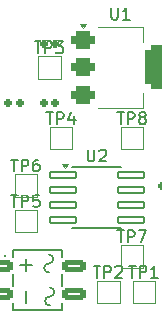
<source format=gbr>
%TF.GenerationSoftware,KiCad,Pcbnew,9.0.2*%
%TF.CreationDate,2025-07-27T18:34:45+02:00*%
%TF.ProjectId,ldomotordriver,6c646f6d-6f74-46f7-9264-72697665722e,rev?*%
%TF.SameCoordinates,Original*%
%TF.FileFunction,Legend,Top*%
%TF.FilePolarity,Positive*%
%FSLAX46Y46*%
G04 Gerber Fmt 4.6, Leading zero omitted, Abs format (unit mm)*
G04 Created by KiCad (PCBNEW 9.0.2) date 2025-07-27 18:34:45*
%MOMM*%
%LPD*%
G01*
G04 APERTURE LIST*
G04 Aperture macros list*
%AMRoundRect*
0 Rectangle with rounded corners*
0 $1 Rounding radius*
0 $2 $3 $4 $5 $6 $7 $8 $9 X,Y pos of 4 corners*
0 Add a 4 corners polygon primitive as box body*
4,1,4,$2,$3,$4,$5,$6,$7,$8,$9,$2,$3,0*
0 Add four circle primitives for the rounded corners*
1,1,$1+$1,$2,$3*
1,1,$1+$1,$4,$5*
1,1,$1+$1,$6,$7*
1,1,$1+$1,$8,$9*
0 Add four rect primitives between the rounded corners*
20,1,$1+$1,$2,$3,$4,$5,0*
20,1,$1+$1,$4,$5,$6,$7,0*
20,1,$1+$1,$6,$7,$8,$9,0*
20,1,$1+$1,$8,$9,$2,$3,0*%
G04 Aperture macros list end*
%ADD10C,0.150000*%
%ADD11C,0.120000*%
%ADD12RoundRect,0.159000X-0.159000X-0.189000X0.159000X-0.189000X0.159000X0.189000X-0.159000X0.189000X0*%
%ADD13R,1.500000X1.500000*%
%ADD14RoundRect,0.375000X-0.625000X-0.375000X0.625000X-0.375000X0.625000X0.375000X-0.625000X0.375000X0*%
%ADD15RoundRect,0.500000X-0.500000X-1.400000X0.500000X-1.400000X0.500000X1.400000X-0.500000X1.400000X0*%
%ADD16RoundRect,0.250000X-0.750000X-0.300000X0.750000X-0.300000X0.750000X0.300000X-0.750000X0.300000X0*%
%ADD17R,2.400000X3.100000*%
%ADD18RoundRect,0.070000X-1.100000X-0.250000X1.100000X-0.250000X1.100000X0.250000X-1.100000X0.250000X0*%
%ADD19C,0.770000*%
G04 APERTURE END LIST*
D10*
X87738095Y-47806819D02*
X88309523Y-47806819D01*
X88023809Y-48806819D02*
X88023809Y-47806819D01*
X88642857Y-48806819D02*
X88642857Y-47806819D01*
X88642857Y-47806819D02*
X89023809Y-47806819D01*
X89023809Y-47806819D02*
X89119047Y-47854438D01*
X89119047Y-47854438D02*
X89166666Y-47902057D01*
X89166666Y-47902057D02*
X89214285Y-47997295D01*
X89214285Y-47997295D02*
X89214285Y-48140152D01*
X89214285Y-48140152D02*
X89166666Y-48235390D01*
X89166666Y-48235390D02*
X89119047Y-48283009D01*
X89119047Y-48283009D02*
X89023809Y-48330628D01*
X89023809Y-48330628D02*
X88642857Y-48330628D01*
X90071428Y-48140152D02*
X90071428Y-48806819D01*
X89833333Y-47759200D02*
X89595238Y-48473485D01*
X89595238Y-48473485D02*
X90214285Y-48473485D01*
X91738095Y-60806819D02*
X92309523Y-60806819D01*
X92023809Y-61806819D02*
X92023809Y-60806819D01*
X92642857Y-61806819D02*
X92642857Y-60806819D01*
X92642857Y-60806819D02*
X93023809Y-60806819D01*
X93023809Y-60806819D02*
X93119047Y-60854438D01*
X93119047Y-60854438D02*
X93166666Y-60902057D01*
X93166666Y-60902057D02*
X93214285Y-60997295D01*
X93214285Y-60997295D02*
X93214285Y-61140152D01*
X93214285Y-61140152D02*
X93166666Y-61235390D01*
X93166666Y-61235390D02*
X93119047Y-61283009D01*
X93119047Y-61283009D02*
X93023809Y-61330628D01*
X93023809Y-61330628D02*
X92642857Y-61330628D01*
X93595238Y-60902057D02*
X93642857Y-60854438D01*
X93642857Y-60854438D02*
X93738095Y-60806819D01*
X93738095Y-60806819D02*
X93976190Y-60806819D01*
X93976190Y-60806819D02*
X94071428Y-60854438D01*
X94071428Y-60854438D02*
X94119047Y-60902057D01*
X94119047Y-60902057D02*
X94166666Y-60997295D01*
X94166666Y-60997295D02*
X94166666Y-61092533D01*
X94166666Y-61092533D02*
X94119047Y-61235390D01*
X94119047Y-61235390D02*
X93547619Y-61806819D01*
X93547619Y-61806819D02*
X94166666Y-61806819D01*
X84738095Y-51806819D02*
X85309523Y-51806819D01*
X85023809Y-52806819D02*
X85023809Y-51806819D01*
X85642857Y-52806819D02*
X85642857Y-51806819D01*
X85642857Y-51806819D02*
X86023809Y-51806819D01*
X86023809Y-51806819D02*
X86119047Y-51854438D01*
X86119047Y-51854438D02*
X86166666Y-51902057D01*
X86166666Y-51902057D02*
X86214285Y-51997295D01*
X86214285Y-51997295D02*
X86214285Y-52140152D01*
X86214285Y-52140152D02*
X86166666Y-52235390D01*
X86166666Y-52235390D02*
X86119047Y-52283009D01*
X86119047Y-52283009D02*
X86023809Y-52330628D01*
X86023809Y-52330628D02*
X85642857Y-52330628D01*
X87071428Y-51806819D02*
X86880952Y-51806819D01*
X86880952Y-51806819D02*
X86785714Y-51854438D01*
X86785714Y-51854438D02*
X86738095Y-51902057D01*
X86738095Y-51902057D02*
X86642857Y-52044914D01*
X86642857Y-52044914D02*
X86595238Y-52235390D01*
X86595238Y-52235390D02*
X86595238Y-52616342D01*
X86595238Y-52616342D02*
X86642857Y-52711580D01*
X86642857Y-52711580D02*
X86690476Y-52759200D01*
X86690476Y-52759200D02*
X86785714Y-52806819D01*
X86785714Y-52806819D02*
X86976190Y-52806819D01*
X86976190Y-52806819D02*
X87071428Y-52759200D01*
X87071428Y-52759200D02*
X87119047Y-52711580D01*
X87119047Y-52711580D02*
X87166666Y-52616342D01*
X87166666Y-52616342D02*
X87166666Y-52378247D01*
X87166666Y-52378247D02*
X87119047Y-52283009D01*
X87119047Y-52283009D02*
X87071428Y-52235390D01*
X87071428Y-52235390D02*
X86976190Y-52187771D01*
X86976190Y-52187771D02*
X86785714Y-52187771D01*
X86785714Y-52187771D02*
X86690476Y-52235390D01*
X86690476Y-52235390D02*
X86642857Y-52283009D01*
X86642857Y-52283009D02*
X86595238Y-52378247D01*
X93238095Y-38954819D02*
X93238095Y-39764342D01*
X93238095Y-39764342D02*
X93285714Y-39859580D01*
X93285714Y-39859580D02*
X93333333Y-39907200D01*
X93333333Y-39907200D02*
X93428571Y-39954819D01*
X93428571Y-39954819D02*
X93619047Y-39954819D01*
X93619047Y-39954819D02*
X93714285Y-39907200D01*
X93714285Y-39907200D02*
X93761904Y-39859580D01*
X93761904Y-39859580D02*
X93809523Y-39764342D01*
X93809523Y-39764342D02*
X93809523Y-38954819D01*
X94809523Y-39954819D02*
X94238095Y-39954819D01*
X94523809Y-39954819D02*
X94523809Y-38954819D01*
X94523809Y-38954819D02*
X94428571Y-39097676D01*
X94428571Y-39097676D02*
X94333333Y-39192914D01*
X94333333Y-39192914D02*
X94238095Y-39240533D01*
X93738095Y-57806819D02*
X94309523Y-57806819D01*
X94023809Y-58806819D02*
X94023809Y-57806819D01*
X94642857Y-58806819D02*
X94642857Y-57806819D01*
X94642857Y-57806819D02*
X95023809Y-57806819D01*
X95023809Y-57806819D02*
X95119047Y-57854438D01*
X95119047Y-57854438D02*
X95166666Y-57902057D01*
X95166666Y-57902057D02*
X95214285Y-57997295D01*
X95214285Y-57997295D02*
X95214285Y-58140152D01*
X95214285Y-58140152D02*
X95166666Y-58235390D01*
X95166666Y-58235390D02*
X95119047Y-58283009D01*
X95119047Y-58283009D02*
X95023809Y-58330628D01*
X95023809Y-58330628D02*
X94642857Y-58330628D01*
X95547619Y-57806819D02*
X96214285Y-57806819D01*
X96214285Y-57806819D02*
X95785714Y-58806819D01*
X93738095Y-47806819D02*
X94309523Y-47806819D01*
X94023809Y-48806819D02*
X94023809Y-47806819D01*
X94642857Y-48806819D02*
X94642857Y-47806819D01*
X94642857Y-47806819D02*
X95023809Y-47806819D01*
X95023809Y-47806819D02*
X95119047Y-47854438D01*
X95119047Y-47854438D02*
X95166666Y-47902057D01*
X95166666Y-47902057D02*
X95214285Y-47997295D01*
X95214285Y-47997295D02*
X95214285Y-48140152D01*
X95214285Y-48140152D02*
X95166666Y-48235390D01*
X95166666Y-48235390D02*
X95119047Y-48283009D01*
X95119047Y-48283009D02*
X95023809Y-48330628D01*
X95023809Y-48330628D02*
X94642857Y-48330628D01*
X95785714Y-48235390D02*
X95690476Y-48187771D01*
X95690476Y-48187771D02*
X95642857Y-48140152D01*
X95642857Y-48140152D02*
X95595238Y-48044914D01*
X95595238Y-48044914D02*
X95595238Y-47997295D01*
X95595238Y-47997295D02*
X95642857Y-47902057D01*
X95642857Y-47902057D02*
X95690476Y-47854438D01*
X95690476Y-47854438D02*
X95785714Y-47806819D01*
X95785714Y-47806819D02*
X95976190Y-47806819D01*
X95976190Y-47806819D02*
X96071428Y-47854438D01*
X96071428Y-47854438D02*
X96119047Y-47902057D01*
X96119047Y-47902057D02*
X96166666Y-47997295D01*
X96166666Y-47997295D02*
X96166666Y-48044914D01*
X96166666Y-48044914D02*
X96119047Y-48140152D01*
X96119047Y-48140152D02*
X96071428Y-48187771D01*
X96071428Y-48187771D02*
X95976190Y-48235390D01*
X95976190Y-48235390D02*
X95785714Y-48235390D01*
X95785714Y-48235390D02*
X95690476Y-48283009D01*
X95690476Y-48283009D02*
X95642857Y-48330628D01*
X95642857Y-48330628D02*
X95595238Y-48425866D01*
X95595238Y-48425866D02*
X95595238Y-48616342D01*
X95595238Y-48616342D02*
X95642857Y-48711580D01*
X95642857Y-48711580D02*
X95690476Y-48759200D01*
X95690476Y-48759200D02*
X95785714Y-48806819D01*
X95785714Y-48806819D02*
X95976190Y-48806819D01*
X95976190Y-48806819D02*
X96071428Y-48759200D01*
X96071428Y-48759200D02*
X96119047Y-48711580D01*
X96119047Y-48711580D02*
X96166666Y-48616342D01*
X96166666Y-48616342D02*
X96166666Y-48425866D01*
X96166666Y-48425866D02*
X96119047Y-48330628D01*
X96119047Y-48330628D02*
X96071428Y-48283009D01*
X96071428Y-48283009D02*
X95976190Y-48235390D01*
X86738095Y-41806819D02*
X87309523Y-41806819D01*
X87023809Y-42806819D02*
X87023809Y-41806819D01*
X87642857Y-42806819D02*
X87642857Y-41806819D01*
X87642857Y-41806819D02*
X88023809Y-41806819D01*
X88023809Y-41806819D02*
X88119047Y-41854438D01*
X88119047Y-41854438D02*
X88166666Y-41902057D01*
X88166666Y-41902057D02*
X88214285Y-41997295D01*
X88214285Y-41997295D02*
X88214285Y-42140152D01*
X88214285Y-42140152D02*
X88166666Y-42235390D01*
X88166666Y-42235390D02*
X88119047Y-42283009D01*
X88119047Y-42283009D02*
X88023809Y-42330628D01*
X88023809Y-42330628D02*
X87642857Y-42330628D01*
X88547619Y-41806819D02*
X89166666Y-41806819D01*
X89166666Y-41806819D02*
X88833333Y-42187771D01*
X88833333Y-42187771D02*
X88976190Y-42187771D01*
X88976190Y-42187771D02*
X89071428Y-42235390D01*
X89071428Y-42235390D02*
X89119047Y-42283009D01*
X89119047Y-42283009D02*
X89166666Y-42378247D01*
X89166666Y-42378247D02*
X89166666Y-42616342D01*
X89166666Y-42616342D02*
X89119047Y-42711580D01*
X89119047Y-42711580D02*
X89071428Y-42759200D01*
X89071428Y-42759200D02*
X88976190Y-42806819D01*
X88976190Y-42806819D02*
X88690476Y-42806819D01*
X88690476Y-42806819D02*
X88595238Y-42759200D01*
X88595238Y-42759200D02*
X88547619Y-42711580D01*
X84738095Y-54806819D02*
X85309523Y-54806819D01*
X85023809Y-55806819D02*
X85023809Y-54806819D01*
X85642857Y-55806819D02*
X85642857Y-54806819D01*
X85642857Y-54806819D02*
X86023809Y-54806819D01*
X86023809Y-54806819D02*
X86119047Y-54854438D01*
X86119047Y-54854438D02*
X86166666Y-54902057D01*
X86166666Y-54902057D02*
X86214285Y-54997295D01*
X86214285Y-54997295D02*
X86214285Y-55140152D01*
X86214285Y-55140152D02*
X86166666Y-55235390D01*
X86166666Y-55235390D02*
X86119047Y-55283009D01*
X86119047Y-55283009D02*
X86023809Y-55330628D01*
X86023809Y-55330628D02*
X85642857Y-55330628D01*
X87119047Y-54806819D02*
X86642857Y-54806819D01*
X86642857Y-54806819D02*
X86595238Y-55283009D01*
X86595238Y-55283009D02*
X86642857Y-55235390D01*
X86642857Y-55235390D02*
X86738095Y-55187771D01*
X86738095Y-55187771D02*
X86976190Y-55187771D01*
X86976190Y-55187771D02*
X87071428Y-55235390D01*
X87071428Y-55235390D02*
X87119047Y-55283009D01*
X87119047Y-55283009D02*
X87166666Y-55378247D01*
X87166666Y-55378247D02*
X87166666Y-55616342D01*
X87166666Y-55616342D02*
X87119047Y-55711580D01*
X87119047Y-55711580D02*
X87071428Y-55759200D01*
X87071428Y-55759200D02*
X86976190Y-55806819D01*
X86976190Y-55806819D02*
X86738095Y-55806819D01*
X86738095Y-55806819D02*
X86642857Y-55759200D01*
X86642857Y-55759200D02*
X86595238Y-55711580D01*
X94738095Y-60806819D02*
X95309523Y-60806819D01*
X95023809Y-61806819D02*
X95023809Y-60806819D01*
X95642857Y-61806819D02*
X95642857Y-60806819D01*
X95642857Y-60806819D02*
X96023809Y-60806819D01*
X96023809Y-60806819D02*
X96119047Y-60854438D01*
X96119047Y-60854438D02*
X96166666Y-60902057D01*
X96166666Y-60902057D02*
X96214285Y-60997295D01*
X96214285Y-60997295D02*
X96214285Y-61140152D01*
X96214285Y-61140152D02*
X96166666Y-61235390D01*
X96166666Y-61235390D02*
X96119047Y-61283009D01*
X96119047Y-61283009D02*
X96023809Y-61330628D01*
X96023809Y-61330628D02*
X95642857Y-61330628D01*
X97166666Y-61806819D02*
X96595238Y-61806819D01*
X96880952Y-61806819D02*
X96880952Y-60806819D01*
X96880952Y-60806819D02*
X96785714Y-60949676D01*
X96785714Y-60949676D02*
X96690476Y-61044914D01*
X96690476Y-61044914D02*
X96595238Y-61092533D01*
X91238095Y-50954819D02*
X91238095Y-51764342D01*
X91238095Y-51764342D02*
X91285714Y-51859580D01*
X91285714Y-51859580D02*
X91333333Y-51907200D01*
X91333333Y-51907200D02*
X91428571Y-51954819D01*
X91428571Y-51954819D02*
X91619047Y-51954819D01*
X91619047Y-51954819D02*
X91714285Y-51907200D01*
X91714285Y-51907200D02*
X91761904Y-51859580D01*
X91761904Y-51859580D02*
X91809523Y-51764342D01*
X91809523Y-51764342D02*
X91809523Y-50954819D01*
X92238095Y-51050057D02*
X92285714Y-51002438D01*
X92285714Y-51002438D02*
X92380952Y-50954819D01*
X92380952Y-50954819D02*
X92619047Y-50954819D01*
X92619047Y-50954819D02*
X92714285Y-51002438D01*
X92714285Y-51002438D02*
X92761904Y-51050057D01*
X92761904Y-51050057D02*
X92809523Y-51145295D01*
X92809523Y-51145295D02*
X92809523Y-51240533D01*
X92809523Y-51240533D02*
X92761904Y-51383390D01*
X92761904Y-51383390D02*
X92190476Y-51954819D01*
X92190476Y-51954819D02*
X92809523Y-51954819D01*
D11*
%TO.C,TP4*%
X88050000Y-49050000D02*
X89950000Y-49050000D01*
X88050000Y-50950000D02*
X88050000Y-49050000D01*
X89950000Y-49050000D02*
X89950000Y-50950000D01*
X89950000Y-50950000D02*
X88050000Y-50950000D01*
%TO.C,TP2*%
X92050000Y-62050000D02*
X93950000Y-62050000D01*
X92050000Y-63950000D02*
X92050000Y-62050000D01*
X93950000Y-62050000D02*
X93950000Y-63950000D01*
X93950000Y-63950000D02*
X92050000Y-63950000D01*
%TO.C,TP6*%
X85050000Y-53050000D02*
X86950000Y-53050000D01*
X85050000Y-54950000D02*
X85050000Y-53050000D01*
X86950000Y-53050000D02*
X86950000Y-54950000D01*
X86950000Y-54950000D02*
X85050000Y-54950000D01*
%TO.C,U1*%
X92150000Y-40590000D02*
X95910000Y-40590000D01*
X92150000Y-47410000D02*
X95910000Y-47410000D01*
X95910000Y-40590000D02*
X95910000Y-41850000D01*
X95910000Y-47410000D02*
X95910000Y-46150000D01*
X90870000Y-40690000D02*
X90630000Y-40360000D01*
X91110000Y-40360000D01*
X90870000Y-40690000D01*
G36*
X90870000Y-40690000D02*
G01*
X90630000Y-40360000D01*
X91110000Y-40360000D01*
X90870000Y-40690000D01*
G37*
D10*
%TO.C,DB1*%
X84900000Y-59500000D02*
X84900000Y-60080000D01*
X84900000Y-61520000D02*
X84900000Y-62480000D01*
X84900000Y-63920000D02*
X84900000Y-64500000D01*
X85490000Y-60730000D02*
X86510000Y-60730000D01*
X86000000Y-61240000D02*
X86000000Y-60220000D01*
X86000000Y-63910000D02*
X86000000Y-62890000D01*
X89100000Y-59500000D02*
X84900000Y-59500000D01*
X89100000Y-59500000D02*
X89100000Y-60080000D01*
X89100000Y-61520000D02*
X89100000Y-62480000D01*
X89100000Y-63920000D02*
X89100000Y-64500000D01*
X89100000Y-64500000D02*
X84900000Y-64500000D01*
X87950000Y-59840000D02*
G75*
G02*
X87950000Y-60600000I0J-380000D01*
G01*
X87950000Y-61370000D02*
G75*
G02*
X87950000Y-60600000I0J385000D01*
G01*
X88020000Y-62640000D02*
G75*
G02*
X88020000Y-63400000I0J-380000D01*
G01*
X88020000Y-64160000D02*
G75*
G02*
X88020000Y-63400000I0J380000D01*
G01*
X84280000Y-59970000D02*
G75*
G02*
X84220000Y-59970000I-30000J0D01*
G01*
X84220000Y-59970000D02*
G75*
G02*
X84280000Y-59970000I30000J0D01*
G01*
D11*
%TO.C,TP7*%
X94050000Y-59050000D02*
X95950000Y-59050000D01*
X94050000Y-60950000D02*
X94050000Y-59050000D01*
X95950000Y-59050000D02*
X95950000Y-60950000D01*
X95950000Y-60950000D02*
X94050000Y-60950000D01*
%TO.C,TP8*%
X94050000Y-49050000D02*
X95950000Y-49050000D01*
X94050000Y-50950000D02*
X94050000Y-49050000D01*
X95950000Y-49050000D02*
X95950000Y-50950000D01*
X95950000Y-50950000D02*
X94050000Y-50950000D01*
%TO.C,TP3*%
X87050000Y-43050000D02*
X88950000Y-43050000D01*
X87050000Y-44950000D02*
X87050000Y-43050000D01*
X88950000Y-43050000D02*
X88950000Y-44950000D01*
X88950000Y-44950000D02*
X87050000Y-44950000D01*
%TO.C,TP5*%
X85050000Y-56050000D02*
X86950000Y-56050000D01*
X85050000Y-57950000D02*
X85050000Y-56050000D01*
X86950000Y-56050000D02*
X86950000Y-57950000D01*
X86950000Y-57950000D02*
X85050000Y-57950000D01*
%TO.C,TP1*%
X95050000Y-62050000D02*
X96950000Y-62050000D01*
X95050000Y-63950000D02*
X95050000Y-62050000D01*
X96950000Y-62050000D02*
X96950000Y-63950000D01*
X96950000Y-63950000D02*
X95050000Y-63950000D01*
D10*
%TO.C,U2*%
X89925000Y-52425000D02*
X94075000Y-52425000D01*
X89925000Y-57575000D02*
X94075000Y-57575000D01*
D11*
X89325000Y-52525000D02*
X89085000Y-52195000D01*
X89565000Y-52195000D01*
X89325000Y-52525000D01*
G36*
X89325000Y-52525000D02*
G01*
X89085000Y-52195000D01*
X89565000Y-52195000D01*
X89325000Y-52525000D01*
G37*
%TD*%
%LPC*%
D12*
%TO.C,R1*%
X97500000Y-54000000D03*
X98500000Y-54000000D03*
%TD*%
%TO.C,C3*%
X87500000Y-47000000D03*
X88500000Y-47000000D03*
%TD*%
D13*
%TO.C,TP4*%
X89000000Y-50000000D03*
%TD*%
%TO.C,TP2*%
X93000000Y-63000000D03*
%TD*%
%TO.C,TP6*%
X86000000Y-54000000D03*
%TD*%
D12*
%TO.C,C1*%
X84500000Y-47000000D03*
X85500000Y-47000000D03*
%TD*%
D14*
%TO.C,U1*%
X90850000Y-41700000D03*
X90850000Y-44000000D03*
D15*
X97150000Y-44000000D03*
D14*
X90850000Y-46300000D03*
%TD*%
D16*
%TO.C,DB1*%
X83900000Y-60800000D03*
X83900000Y-63200000D03*
X90100000Y-63200000D03*
X90100000Y-60800000D03*
%TD*%
D13*
%TO.C,TP7*%
X95000000Y-60000000D03*
%TD*%
%TO.C,TP8*%
X95000000Y-50000000D03*
%TD*%
%TO.C,TP3*%
X88000000Y-44000000D03*
%TD*%
%TO.C,TP5*%
X86000000Y-57000000D03*
%TD*%
%TO.C,TP1*%
X96000000Y-63000000D03*
%TD*%
D17*
%TO.C,U2*%
X92000000Y-55000000D03*
D18*
X89125000Y-53095000D03*
X89125000Y-54365000D03*
X89125000Y-55635000D03*
X89125000Y-56905000D03*
X94875000Y-56905000D03*
X94875000Y-55635000D03*
X94875000Y-54365000D03*
X94875000Y-53095000D03*
D19*
X91350000Y-53700000D03*
X91350000Y-55000000D03*
X91350000Y-56300000D03*
X92650000Y-53700000D03*
X92650000Y-55000000D03*
X92650000Y-56300000D03*
%TD*%
D12*
%TO.C,C2*%
X87500000Y-42000000D03*
X88500000Y-42000000D03*
%TD*%
%LPD*%
M02*

</source>
